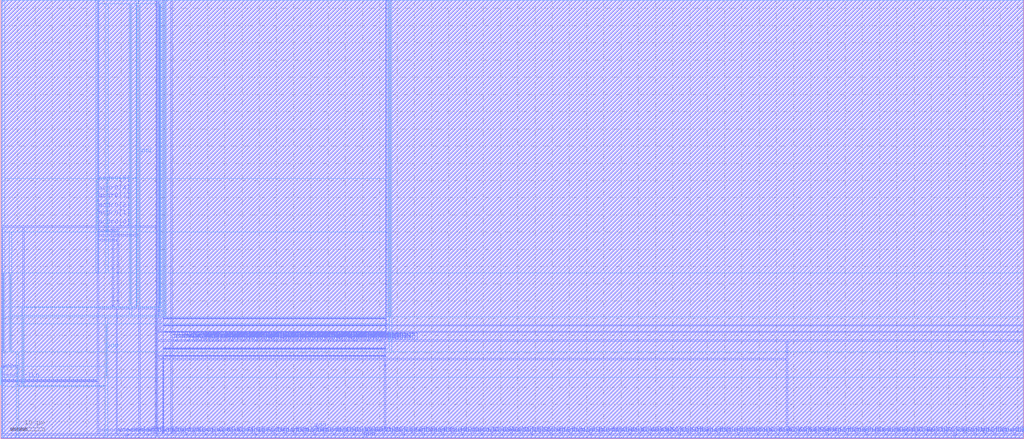
<source format=lef>
VERSION 5.4 ;
NAMESCASESENSITIVE ON ;
BUSBITCHARS "[]" ;
DIVIDERCHAR "/" ;
UNITS
  DATABASE MICRONS 2000 ;
END UNITS
MACRO freepdk45_sram_1rw0r_64x88_22
   CLASS BLOCK ;
   SIZE 296.775 BY 127.5075 ;
   SYMMETRY X Y R90 ;
   PIN din0[0]
      DIRECTION INPUT ;
      PORT
         LAYER metal3 ;
         RECT  45.31 1.105 45.445 1.24 ;
      END
   END din0[0]
   PIN din0[1]
      DIRECTION INPUT ;
      PORT
         LAYER metal3 ;
         RECT  48.17 1.105 48.305 1.24 ;
      END
   END din0[1]
   PIN din0[2]
      DIRECTION INPUT ;
      PORT
         LAYER metal3 ;
         RECT  51.03 1.105 51.165 1.24 ;
      END
   END din0[2]
   PIN din0[3]
      DIRECTION INPUT ;
      PORT
         LAYER metal3 ;
         RECT  53.89 1.105 54.025 1.24 ;
      END
   END din0[3]
   PIN din0[4]
      DIRECTION INPUT ;
      PORT
         LAYER metal3 ;
         RECT  56.75 1.105 56.885 1.24 ;
      END
   END din0[4]
   PIN din0[5]
      DIRECTION INPUT ;
      PORT
         LAYER metal3 ;
         RECT  59.61 1.105 59.745 1.24 ;
      END
   END din0[5]
   PIN din0[6]
      DIRECTION INPUT ;
      PORT
         LAYER metal3 ;
         RECT  62.47 1.105 62.605 1.24 ;
      END
   END din0[6]
   PIN din0[7]
      DIRECTION INPUT ;
      PORT
         LAYER metal3 ;
         RECT  65.33 1.105 65.465 1.24 ;
      END
   END din0[7]
   PIN din0[8]
      DIRECTION INPUT ;
      PORT
         LAYER metal3 ;
         RECT  68.19 1.105 68.325 1.24 ;
      END
   END din0[8]
   PIN din0[9]
      DIRECTION INPUT ;
      PORT
         LAYER metal3 ;
         RECT  71.05 1.105 71.185 1.24 ;
      END
   END din0[9]
   PIN din0[10]
      DIRECTION INPUT ;
      PORT
         LAYER metal3 ;
         RECT  73.91 1.105 74.045 1.24 ;
      END
   END din0[10]
   PIN din0[11]
      DIRECTION INPUT ;
      PORT
         LAYER metal3 ;
         RECT  76.77 1.105 76.905 1.24 ;
      END
   END din0[11]
   PIN din0[12]
      DIRECTION INPUT ;
      PORT
         LAYER metal3 ;
         RECT  79.63 1.105 79.765 1.24 ;
      END
   END din0[12]
   PIN din0[13]
      DIRECTION INPUT ;
      PORT
         LAYER metal3 ;
         RECT  82.49 1.105 82.625 1.24 ;
      END
   END din0[13]
   PIN din0[14]
      DIRECTION INPUT ;
      PORT
         LAYER metal3 ;
         RECT  85.35 1.105 85.485 1.24 ;
      END
   END din0[14]
   PIN din0[15]
      DIRECTION INPUT ;
      PORT
         LAYER metal3 ;
         RECT  88.21 1.105 88.345 1.24 ;
      END
   END din0[15]
   PIN din0[16]
      DIRECTION INPUT ;
      PORT
         LAYER metal3 ;
         RECT  91.07 1.105 91.205 1.24 ;
      END
   END din0[16]
   PIN din0[17]
      DIRECTION INPUT ;
      PORT
         LAYER metal3 ;
         RECT  93.93 1.105 94.065 1.24 ;
      END
   END din0[17]
   PIN din0[18]
      DIRECTION INPUT ;
      PORT
         LAYER metal3 ;
         RECT  96.79 1.105 96.925 1.24 ;
      END
   END din0[18]
   PIN din0[19]
      DIRECTION INPUT ;
      PORT
         LAYER metal3 ;
         RECT  99.65 1.105 99.785 1.24 ;
      END
   END din0[19]
   PIN din0[20]
      DIRECTION INPUT ;
      PORT
         LAYER metal3 ;
         RECT  102.51 1.105 102.645 1.24 ;
      END
   END din0[20]
   PIN din0[21]
      DIRECTION INPUT ;
      PORT
         LAYER metal3 ;
         RECT  105.37 1.105 105.505 1.24 ;
      END
   END din0[21]
   PIN din0[22]
      DIRECTION INPUT ;
      PORT
         LAYER metal3 ;
         RECT  108.23 1.105 108.365 1.24 ;
      END
   END din0[22]
   PIN din0[23]
      DIRECTION INPUT ;
      PORT
         LAYER metal3 ;
         RECT  111.09 1.105 111.225 1.24 ;
      END
   END din0[23]
   PIN din0[24]
      DIRECTION INPUT ;
      PORT
         LAYER metal3 ;
         RECT  113.95 1.105 114.085 1.24 ;
      END
   END din0[24]
   PIN din0[25]
      DIRECTION INPUT ;
      PORT
         LAYER metal3 ;
         RECT  116.81 1.105 116.945 1.24 ;
      END
   END din0[25]
   PIN din0[26]
      DIRECTION INPUT ;
      PORT
         LAYER metal3 ;
         RECT  119.67 1.105 119.805 1.24 ;
      END
   END din0[26]
   PIN din0[27]
      DIRECTION INPUT ;
      PORT
         LAYER metal3 ;
         RECT  122.53 1.105 122.665 1.24 ;
      END
   END din0[27]
   PIN din0[28]
      DIRECTION INPUT ;
      PORT
         LAYER metal3 ;
         RECT  125.39 1.105 125.525 1.24 ;
      END
   END din0[28]
   PIN din0[29]
      DIRECTION INPUT ;
      PORT
         LAYER metal3 ;
         RECT  128.25 1.105 128.385 1.24 ;
      END
   END din0[29]
   PIN din0[30]
      DIRECTION INPUT ;
      PORT
         LAYER metal3 ;
         RECT  131.11 1.105 131.245 1.24 ;
      END
   END din0[30]
   PIN din0[31]
      DIRECTION INPUT ;
      PORT
         LAYER metal3 ;
         RECT  133.97 1.105 134.105 1.24 ;
      END
   END din0[31]
   PIN din0[32]
      DIRECTION INPUT ;
      PORT
         LAYER metal3 ;
         RECT  136.83 1.105 136.965 1.24 ;
      END
   END din0[32]
   PIN din0[33]
      DIRECTION INPUT ;
      PORT
         LAYER metal3 ;
         RECT  139.69 1.105 139.825 1.24 ;
      END
   END din0[33]
   PIN din0[34]
      DIRECTION INPUT ;
      PORT
         LAYER metal3 ;
         RECT  142.55 1.105 142.685 1.24 ;
      END
   END din0[34]
   PIN din0[35]
      DIRECTION INPUT ;
      PORT
         LAYER metal3 ;
         RECT  145.41 1.105 145.545 1.24 ;
      END
   END din0[35]
   PIN din0[36]
      DIRECTION INPUT ;
      PORT
         LAYER metal3 ;
         RECT  148.27 1.105 148.405 1.24 ;
      END
   END din0[36]
   PIN din0[37]
      DIRECTION INPUT ;
      PORT
         LAYER metal3 ;
         RECT  151.13 1.105 151.265 1.24 ;
      END
   END din0[37]
   PIN din0[38]
      DIRECTION INPUT ;
      PORT
         LAYER metal3 ;
         RECT  153.99 1.105 154.125 1.24 ;
      END
   END din0[38]
   PIN din0[39]
      DIRECTION INPUT ;
      PORT
         LAYER metal3 ;
         RECT  156.85 1.105 156.985 1.24 ;
      END
   END din0[39]
   PIN din0[40]
      DIRECTION INPUT ;
      PORT
         LAYER metal3 ;
         RECT  159.71 1.105 159.845 1.24 ;
      END
   END din0[40]
   PIN din0[41]
      DIRECTION INPUT ;
      PORT
         LAYER metal3 ;
         RECT  162.57 1.105 162.705 1.24 ;
      END
   END din0[41]
   PIN din0[42]
      DIRECTION INPUT ;
      PORT
         LAYER metal3 ;
         RECT  165.43 1.105 165.565 1.24 ;
      END
   END din0[42]
   PIN din0[43]
      DIRECTION INPUT ;
      PORT
         LAYER metal3 ;
         RECT  168.29 1.105 168.425 1.24 ;
      END
   END din0[43]
   PIN din0[44]
      DIRECTION INPUT ;
      PORT
         LAYER metal3 ;
         RECT  171.15 1.105 171.285 1.24 ;
      END
   END din0[44]
   PIN din0[45]
      DIRECTION INPUT ;
      PORT
         LAYER metal3 ;
         RECT  174.01 1.105 174.145 1.24 ;
      END
   END din0[45]
   PIN din0[46]
      DIRECTION INPUT ;
      PORT
         LAYER metal3 ;
         RECT  176.87 1.105 177.005 1.24 ;
      END
   END din0[46]
   PIN din0[47]
      DIRECTION INPUT ;
      PORT
         LAYER metal3 ;
         RECT  179.73 1.105 179.865 1.24 ;
      END
   END din0[47]
   PIN din0[48]
      DIRECTION INPUT ;
      PORT
         LAYER metal3 ;
         RECT  182.59 1.105 182.725 1.24 ;
      END
   END din0[48]
   PIN din0[49]
      DIRECTION INPUT ;
      PORT
         LAYER metal3 ;
         RECT  185.45 1.105 185.585 1.24 ;
      END
   END din0[49]
   PIN din0[50]
      DIRECTION INPUT ;
      PORT
         LAYER metal3 ;
         RECT  188.31 1.105 188.445 1.24 ;
      END
   END din0[50]
   PIN din0[51]
      DIRECTION INPUT ;
      PORT
         LAYER metal3 ;
         RECT  191.17 1.105 191.305 1.24 ;
      END
   END din0[51]
   PIN din0[52]
      DIRECTION INPUT ;
      PORT
         LAYER metal3 ;
         RECT  194.03 1.105 194.165 1.24 ;
      END
   END din0[52]
   PIN din0[53]
      DIRECTION INPUT ;
      PORT
         LAYER metal3 ;
         RECT  196.89 1.105 197.025 1.24 ;
      END
   END din0[53]
   PIN din0[54]
      DIRECTION INPUT ;
      PORT
         LAYER metal3 ;
         RECT  199.75 1.105 199.885 1.24 ;
      END
   END din0[54]
   PIN din0[55]
      DIRECTION INPUT ;
      PORT
         LAYER metal3 ;
         RECT  202.61 1.105 202.745 1.24 ;
      END
   END din0[55]
   PIN din0[56]
      DIRECTION INPUT ;
      PORT
         LAYER metal3 ;
         RECT  205.47 1.105 205.605 1.24 ;
      END
   END din0[56]
   PIN din0[57]
      DIRECTION INPUT ;
      PORT
         LAYER metal3 ;
         RECT  208.33 1.105 208.465 1.24 ;
      END
   END din0[57]
   PIN din0[58]
      DIRECTION INPUT ;
      PORT
         LAYER metal3 ;
         RECT  211.19 1.105 211.325 1.24 ;
      END
   END din0[58]
   PIN din0[59]
      DIRECTION INPUT ;
      PORT
         LAYER metal3 ;
         RECT  214.05 1.105 214.185 1.24 ;
      END
   END din0[59]
   PIN din0[60]
      DIRECTION INPUT ;
      PORT
         LAYER metal3 ;
         RECT  216.91 1.105 217.045 1.24 ;
      END
   END din0[60]
   PIN din0[61]
      DIRECTION INPUT ;
      PORT
         LAYER metal3 ;
         RECT  219.77 1.105 219.905 1.24 ;
      END
   END din0[61]
   PIN din0[62]
      DIRECTION INPUT ;
      PORT
         LAYER metal3 ;
         RECT  222.63 1.105 222.765 1.24 ;
      END
   END din0[62]
   PIN din0[63]
      DIRECTION INPUT ;
      PORT
         LAYER metal3 ;
         RECT  225.49 1.105 225.625 1.24 ;
      END
   END din0[63]
   PIN din0[64]
      DIRECTION INPUT ;
      PORT
         LAYER metal3 ;
         RECT  228.35 1.105 228.485 1.24 ;
      END
   END din0[64]
   PIN din0[65]
      DIRECTION INPUT ;
      PORT
         LAYER metal3 ;
         RECT  231.21 1.105 231.345 1.24 ;
      END
   END din0[65]
   PIN din0[66]
      DIRECTION INPUT ;
      PORT
         LAYER metal3 ;
         RECT  234.07 1.105 234.205 1.24 ;
      END
   END din0[66]
   PIN din0[67]
      DIRECTION INPUT ;
      PORT
         LAYER metal3 ;
         RECT  236.93 1.105 237.065 1.24 ;
      END
   END din0[67]
   PIN din0[68]
      DIRECTION INPUT ;
      PORT
         LAYER metal3 ;
         RECT  239.79 1.105 239.925 1.24 ;
      END
   END din0[68]
   PIN din0[69]
      DIRECTION INPUT ;
      PORT
         LAYER metal3 ;
         RECT  242.65 1.105 242.785 1.24 ;
      END
   END din0[69]
   PIN din0[70]
      DIRECTION INPUT ;
      PORT
         LAYER metal3 ;
         RECT  245.51 1.105 245.645 1.24 ;
      END
   END din0[70]
   PIN din0[71]
      DIRECTION INPUT ;
      PORT
         LAYER metal3 ;
         RECT  248.37 1.105 248.505 1.24 ;
      END
   END din0[71]
   PIN din0[72]
      DIRECTION INPUT ;
      PORT
         LAYER metal3 ;
         RECT  251.23 1.105 251.365 1.24 ;
      END
   END din0[72]
   PIN din0[73]
      DIRECTION INPUT ;
      PORT
         LAYER metal3 ;
         RECT  254.09 1.105 254.225 1.24 ;
      END
   END din0[73]
   PIN din0[74]
      DIRECTION INPUT ;
      PORT
         LAYER metal3 ;
         RECT  256.95 1.105 257.085 1.24 ;
      END
   END din0[74]
   PIN din0[75]
      DIRECTION INPUT ;
      PORT
         LAYER metal3 ;
         RECT  259.81 1.105 259.945 1.24 ;
      END
   END din0[75]
   PIN din0[76]
      DIRECTION INPUT ;
      PORT
         LAYER metal3 ;
         RECT  262.67 1.105 262.805 1.24 ;
      END
   END din0[76]
   PIN din0[77]
      DIRECTION INPUT ;
      PORT
         LAYER metal3 ;
         RECT  265.53 1.105 265.665 1.24 ;
      END
   END din0[77]
   PIN din0[78]
      DIRECTION INPUT ;
      PORT
         LAYER metal3 ;
         RECT  268.39 1.105 268.525 1.24 ;
      END
   END din0[78]
   PIN din0[79]
      DIRECTION INPUT ;
      PORT
         LAYER metal3 ;
         RECT  271.25 1.105 271.385 1.24 ;
      END
   END din0[79]
   PIN din0[80]
      DIRECTION INPUT ;
      PORT
         LAYER metal3 ;
         RECT  274.11 1.105 274.245 1.24 ;
      END
   END din0[80]
   PIN din0[81]
      DIRECTION INPUT ;
      PORT
         LAYER metal3 ;
         RECT  276.97 1.105 277.105 1.24 ;
      END
   END din0[81]
   PIN din0[82]
      DIRECTION INPUT ;
      PORT
         LAYER metal3 ;
         RECT  279.83 1.105 279.965 1.24 ;
      END
   END din0[82]
   PIN din0[83]
      DIRECTION INPUT ;
      PORT
         LAYER metal3 ;
         RECT  282.69 1.105 282.825 1.24 ;
      END
   END din0[83]
   PIN din0[84]
      DIRECTION INPUT ;
      PORT
         LAYER metal3 ;
         RECT  285.55 1.105 285.685 1.24 ;
      END
   END din0[84]
   PIN din0[85]
      DIRECTION INPUT ;
      PORT
         LAYER metal3 ;
         RECT  288.41 1.105 288.545 1.24 ;
      END
   END din0[85]
   PIN din0[86]
      DIRECTION INPUT ;
      PORT
         LAYER metal3 ;
         RECT  291.27 1.105 291.405 1.24 ;
      END
   END din0[86]
   PIN din0[87]
      DIRECTION INPUT ;
      PORT
         LAYER metal3 ;
         RECT  294.13 1.105 294.265 1.24 ;
      END
   END din0[87]
   PIN addr0[0]
      DIRECTION INPUT ;
      PORT
         LAYER metal3 ;
         RECT  28.15 61.4625 28.285 61.5975 ;
      END
   END addr0[0]
   PIN addr0[1]
      DIRECTION INPUT ;
      PORT
         LAYER metal3 ;
         RECT  28.15 64.1925 28.285 64.3275 ;
      END
   END addr0[1]
   PIN addr0[2]
      DIRECTION INPUT ;
      PORT
         LAYER metal3 ;
         RECT  28.15 66.4025 28.285 66.5375 ;
      END
   END addr0[2]
   PIN addr0[3]
      DIRECTION INPUT ;
      PORT
         LAYER metal3 ;
         RECT  28.15 69.1325 28.285 69.2675 ;
      END
   END addr0[3]
   PIN addr0[4]
      DIRECTION INPUT ;
      PORT
         LAYER metal3 ;
         RECT  28.15 71.3425 28.285 71.4775 ;
      END
   END addr0[4]
   PIN addr0[5]
      DIRECTION INPUT ;
      PORT
         LAYER metal3 ;
         RECT  28.15 74.0725 28.285 74.2075 ;
      END
   END addr0[5]
   PIN csb0
      DIRECTION INPUT ;
      PORT
         LAYER metal3 ;
         RECT  0.285 16.7425 0.42 16.8775 ;
      END
   END csb0
   PIN web0
      DIRECTION INPUT ;
      PORT
         LAYER metal3 ;
         RECT  0.285 19.4725 0.42 19.6075 ;
      END
   END web0
   PIN clk0
      DIRECTION INPUT ;
      PORT
         LAYER metal3 ;
         RECT  6.5275 16.8275 6.6625 16.9625 ;
      END
   END clk0
   PIN wmask0[0]
      DIRECTION INPUT ;
      PORT
         LAYER metal3 ;
         RECT  33.87 1.105 34.005 1.24 ;
      END
   END wmask0[0]
   PIN wmask0[1]
      DIRECTION INPUT ;
      PORT
         LAYER metal3 ;
         RECT  36.73 1.105 36.865 1.24 ;
      END
   END wmask0[1]
   PIN wmask0[2]
      DIRECTION INPUT ;
      PORT
         LAYER metal3 ;
         RECT  39.59 1.105 39.725 1.24 ;
      END
   END wmask0[2]
   PIN wmask0[3]
      DIRECTION INPUT ;
      PORT
         LAYER metal3 ;
         RECT  42.45 1.105 42.585 1.24 ;
      END
   END wmask0[3]
   PIN dout0[0]
      DIRECTION OUTPUT ;
      PORT
         LAYER metal3 ;
         RECT  49.4625 28.3925 49.5975 28.5275 ;
      END
   END dout0[0]
   PIN dout0[1]
      DIRECTION OUTPUT ;
      PORT
         LAYER metal3 ;
         RECT  50.1675 28.3925 50.3025 28.5275 ;
      END
   END dout0[1]
   PIN dout0[2]
      DIRECTION OUTPUT ;
      PORT
         LAYER metal3 ;
         RECT  50.8725 28.3925 51.0075 28.5275 ;
      END
   END dout0[2]
   PIN dout0[3]
      DIRECTION OUTPUT ;
      PORT
         LAYER metal3 ;
         RECT  51.5775 28.3925 51.7125 28.5275 ;
      END
   END dout0[3]
   PIN dout0[4]
      DIRECTION OUTPUT ;
      PORT
         LAYER metal3 ;
         RECT  52.2825 28.3925 52.4175 28.5275 ;
      END
   END dout0[4]
   PIN dout0[5]
      DIRECTION OUTPUT ;
      PORT
         LAYER metal3 ;
         RECT  52.9875 28.3925 53.1225 28.5275 ;
      END
   END dout0[5]
   PIN dout0[6]
      DIRECTION OUTPUT ;
      PORT
         LAYER metal3 ;
         RECT  53.6925 28.3925 53.8275 28.5275 ;
      END
   END dout0[6]
   PIN dout0[7]
      DIRECTION OUTPUT ;
      PORT
         LAYER metal3 ;
         RECT  54.3975 28.3925 54.5325 28.5275 ;
      END
   END dout0[7]
   PIN dout0[8]
      DIRECTION OUTPUT ;
      PORT
         LAYER metal3 ;
         RECT  55.1025 28.3925 55.2375 28.5275 ;
      END
   END dout0[8]
   PIN dout0[9]
      DIRECTION OUTPUT ;
      PORT
         LAYER metal3 ;
         RECT  55.8075 28.3925 55.9425 28.5275 ;
      END
   END dout0[9]
   PIN dout0[10]
      DIRECTION OUTPUT ;
      PORT
         LAYER metal3 ;
         RECT  56.5125 28.3925 56.6475 28.5275 ;
      END
   END dout0[10]
   PIN dout0[11]
      DIRECTION OUTPUT ;
      PORT
         LAYER metal3 ;
         RECT  57.2175 28.3925 57.3525 28.5275 ;
      END
   END dout0[11]
   PIN dout0[12]
      DIRECTION OUTPUT ;
      PORT
         LAYER metal3 ;
         RECT  57.9225 28.3925 58.0575 28.5275 ;
      END
   END dout0[12]
   PIN dout0[13]
      DIRECTION OUTPUT ;
      PORT
         LAYER metal3 ;
         RECT  58.6275 28.3925 58.7625 28.5275 ;
      END
   END dout0[13]
   PIN dout0[14]
      DIRECTION OUTPUT ;
      PORT
         LAYER metal3 ;
         RECT  59.3325 28.3925 59.4675 28.5275 ;
      END
   END dout0[14]
   PIN dout0[15]
      DIRECTION OUTPUT ;
      PORT
         LAYER metal3 ;
         RECT  60.0375 28.3925 60.1725 28.5275 ;
      END
   END dout0[15]
   PIN dout0[16]
      DIRECTION OUTPUT ;
      PORT
         LAYER metal3 ;
         RECT  60.7425 28.3925 60.8775 28.5275 ;
      END
   END dout0[16]
   PIN dout0[17]
      DIRECTION OUTPUT ;
      PORT
         LAYER metal3 ;
         RECT  61.4475 28.3925 61.5825 28.5275 ;
      END
   END dout0[17]
   PIN dout0[18]
      DIRECTION OUTPUT ;
      PORT
         LAYER metal3 ;
         RECT  62.1525 28.3925 62.2875 28.5275 ;
      END
   END dout0[18]
   PIN dout0[19]
      DIRECTION OUTPUT ;
      PORT
         LAYER metal3 ;
         RECT  62.8575 28.3925 62.9925 28.5275 ;
      END
   END dout0[19]
   PIN dout0[20]
      DIRECTION OUTPUT ;
      PORT
         LAYER metal3 ;
         RECT  63.5625 28.3925 63.6975 28.5275 ;
      END
   END dout0[20]
   PIN dout0[21]
      DIRECTION OUTPUT ;
      PORT
         LAYER metal3 ;
         RECT  64.2675 28.3925 64.4025 28.5275 ;
      END
   END dout0[21]
   PIN dout0[22]
      DIRECTION OUTPUT ;
      PORT
         LAYER metal3 ;
         RECT  64.9725 28.3925 65.1075 28.5275 ;
      END
   END dout0[22]
   PIN dout0[23]
      DIRECTION OUTPUT ;
      PORT
         LAYER metal3 ;
         RECT  65.6775 28.3925 65.8125 28.5275 ;
      END
   END dout0[23]
   PIN dout0[24]
      DIRECTION OUTPUT ;
      PORT
         LAYER metal3 ;
         RECT  66.3825 28.3925 66.5175 28.5275 ;
      END
   END dout0[24]
   PIN dout0[25]
      DIRECTION OUTPUT ;
      PORT
         LAYER metal3 ;
         RECT  67.0875 28.3925 67.2225 28.5275 ;
      END
   END dout0[25]
   PIN dout0[26]
      DIRECTION OUTPUT ;
      PORT
         LAYER metal3 ;
         RECT  67.7925 28.3925 67.9275 28.5275 ;
      END
   END dout0[26]
   PIN dout0[27]
      DIRECTION OUTPUT ;
      PORT
         LAYER metal3 ;
         RECT  68.4975 28.3925 68.6325 28.5275 ;
      END
   END dout0[27]
   PIN dout0[28]
      DIRECTION OUTPUT ;
      PORT
         LAYER metal3 ;
         RECT  69.2025 28.3925 69.3375 28.5275 ;
      END
   END dout0[28]
   PIN dout0[29]
      DIRECTION OUTPUT ;
      PORT
         LAYER metal3 ;
         RECT  69.9075 28.3925 70.0425 28.5275 ;
      END
   END dout0[29]
   PIN dout0[30]
      DIRECTION OUTPUT ;
      PORT
         LAYER metal3 ;
         RECT  70.6125 28.3925 70.7475 28.5275 ;
      END
   END dout0[30]
   PIN dout0[31]
      DIRECTION OUTPUT ;
      PORT
         LAYER metal3 ;
         RECT  71.3175 28.3925 71.4525 28.5275 ;
      END
   END dout0[31]
   PIN dout0[32]
      DIRECTION OUTPUT ;
      PORT
         LAYER metal3 ;
         RECT  72.0225 28.3925 72.1575 28.5275 ;
      END
   END dout0[32]
   PIN dout0[33]
      DIRECTION OUTPUT ;
      PORT
         LAYER metal3 ;
         RECT  72.7275 28.3925 72.8625 28.5275 ;
      END
   END dout0[33]
   PIN dout0[34]
      DIRECTION OUTPUT ;
      PORT
         LAYER metal3 ;
         RECT  73.4325 28.3925 73.5675 28.5275 ;
      END
   END dout0[34]
   PIN dout0[35]
      DIRECTION OUTPUT ;
      PORT
         LAYER metal3 ;
         RECT  74.1375 28.3925 74.2725 28.5275 ;
      END
   END dout0[35]
   PIN dout0[36]
      DIRECTION OUTPUT ;
      PORT
         LAYER metal3 ;
         RECT  74.8425 28.3925 74.9775 28.5275 ;
      END
   END dout0[36]
   PIN dout0[37]
      DIRECTION OUTPUT ;
      PORT
         LAYER metal3 ;
         RECT  75.5475 28.3925 75.6825 28.5275 ;
      END
   END dout0[37]
   PIN dout0[38]
      DIRECTION OUTPUT ;
      PORT
         LAYER metal3 ;
         RECT  76.2525 28.3925 76.3875 28.5275 ;
      END
   END dout0[38]
   PIN dout0[39]
      DIRECTION OUTPUT ;
      PORT
         LAYER metal3 ;
         RECT  76.9575 28.3925 77.0925 28.5275 ;
      END
   END dout0[39]
   PIN dout0[40]
      DIRECTION OUTPUT ;
      PORT
         LAYER metal3 ;
         RECT  77.6625 28.3925 77.7975 28.5275 ;
      END
   END dout0[40]
   PIN dout0[41]
      DIRECTION OUTPUT ;
      PORT
         LAYER metal3 ;
         RECT  78.3675 28.3925 78.5025 28.5275 ;
      END
   END dout0[41]
   PIN dout0[42]
      DIRECTION OUTPUT ;
      PORT
         LAYER metal3 ;
         RECT  79.0725 28.3925 79.2075 28.5275 ;
      END
   END dout0[42]
   PIN dout0[43]
      DIRECTION OUTPUT ;
      PORT
         LAYER metal3 ;
         RECT  79.7775 28.3925 79.9125 28.5275 ;
      END
   END dout0[43]
   PIN dout0[44]
      DIRECTION OUTPUT ;
      PORT
         LAYER metal3 ;
         RECT  80.4825 28.3925 80.6175 28.5275 ;
      END
   END dout0[44]
   PIN dout0[45]
      DIRECTION OUTPUT ;
      PORT
         LAYER metal3 ;
         RECT  81.1875 28.3925 81.3225 28.5275 ;
      END
   END dout0[45]
   PIN dout0[46]
      DIRECTION OUTPUT ;
      PORT
         LAYER metal3 ;
         RECT  81.8925 28.3925 82.0275 28.5275 ;
      END
   END dout0[46]
   PIN dout0[47]
      DIRECTION OUTPUT ;
      PORT
         LAYER metal3 ;
         RECT  82.5975 28.3925 82.7325 28.5275 ;
      END
   END dout0[47]
   PIN dout0[48]
      DIRECTION OUTPUT ;
      PORT
         LAYER metal3 ;
         RECT  83.3025 28.3925 83.4375 28.5275 ;
      END
   END dout0[48]
   PIN dout0[49]
      DIRECTION OUTPUT ;
      PORT
         LAYER metal3 ;
         RECT  84.0075 28.3925 84.1425 28.5275 ;
      END
   END dout0[49]
   PIN dout0[50]
      DIRECTION OUTPUT ;
      PORT
         LAYER metal3 ;
         RECT  84.7125 28.3925 84.8475 28.5275 ;
      END
   END dout0[50]
   PIN dout0[51]
      DIRECTION OUTPUT ;
      PORT
         LAYER metal3 ;
         RECT  85.4175 28.3925 85.5525 28.5275 ;
      END
   END dout0[51]
   PIN dout0[52]
      DIRECTION OUTPUT ;
      PORT
         LAYER metal3 ;
         RECT  86.1225 28.3925 86.2575 28.5275 ;
      END
   END dout0[52]
   PIN dout0[53]
      DIRECTION OUTPUT ;
      PORT
         LAYER metal3 ;
         RECT  86.8275 28.3925 86.9625 28.5275 ;
      END
   END dout0[53]
   PIN dout0[54]
      DIRECTION OUTPUT ;
      PORT
         LAYER metal3 ;
         RECT  87.5325 28.3925 87.6675 28.5275 ;
      END
   END dout0[54]
   PIN dout0[55]
      DIRECTION OUTPUT ;
      PORT
         LAYER metal3 ;
         RECT  88.2375 28.3925 88.3725 28.5275 ;
      END
   END dout0[55]
   PIN dout0[56]
      DIRECTION OUTPUT ;
      PORT
         LAYER metal3 ;
         RECT  88.9425 28.3925 89.0775 28.5275 ;
      END
   END dout0[56]
   PIN dout0[57]
      DIRECTION OUTPUT ;
      PORT
         LAYER metal3 ;
         RECT  89.6475 28.3925 89.7825 28.5275 ;
      END
   END dout0[57]
   PIN dout0[58]
      DIRECTION OUTPUT ;
      PORT
         LAYER metal3 ;
         RECT  90.3525 28.3925 90.4875 28.5275 ;
      END
   END dout0[58]
   PIN dout0[59]
      DIRECTION OUTPUT ;
      PORT
         LAYER metal3 ;
         RECT  91.0575 28.3925 91.1925 28.5275 ;
      END
   END dout0[59]
   PIN dout0[60]
      DIRECTION OUTPUT ;
      PORT
         LAYER metal3 ;
         RECT  91.7625 28.3925 91.8975 28.5275 ;
      END
   END dout0[60]
   PIN dout0[61]
      DIRECTION OUTPUT ;
      PORT
         LAYER metal3 ;
         RECT  92.4675 28.3925 92.6025 28.5275 ;
      END
   END dout0[61]
   PIN dout0[62]
      DIRECTION OUTPUT ;
      PORT
         LAYER metal3 ;
         RECT  93.1725 28.3925 93.3075 28.5275 ;
      END
   END dout0[62]
   PIN dout0[63]
      DIRECTION OUTPUT ;
      PORT
         LAYER metal3 ;
         RECT  93.8775 28.3925 94.0125 28.5275 ;
      END
   END dout0[63]
   PIN dout0[64]
      DIRECTION OUTPUT ;
      PORT
         LAYER metal3 ;
         RECT  94.5825 28.3925 94.7175 28.5275 ;
      END
   END dout0[64]
   PIN dout0[65]
      DIRECTION OUTPUT ;
      PORT
         LAYER metal3 ;
         RECT  95.2875 28.3925 95.4225 28.5275 ;
      END
   END dout0[65]
   PIN dout0[66]
      DIRECTION OUTPUT ;
      PORT
         LAYER metal3 ;
         RECT  95.9925 28.3925 96.1275 28.5275 ;
      END
   END dout0[66]
   PIN dout0[67]
      DIRECTION OUTPUT ;
      PORT
         LAYER metal3 ;
         RECT  96.6975 28.3925 96.8325 28.5275 ;
      END
   END dout0[67]
   PIN dout0[68]
      DIRECTION OUTPUT ;
      PORT
         LAYER metal3 ;
         RECT  97.4025 28.3925 97.5375 28.5275 ;
      END
   END dout0[68]
   PIN dout0[69]
      DIRECTION OUTPUT ;
      PORT
         LAYER metal3 ;
         RECT  98.1075 28.3925 98.2425 28.5275 ;
      END
   END dout0[69]
   PIN dout0[70]
      DIRECTION OUTPUT ;
      PORT
         LAYER metal3 ;
         RECT  98.8125 28.3925 98.9475 28.5275 ;
      END
   END dout0[70]
   PIN dout0[71]
      DIRECTION OUTPUT ;
      PORT
         LAYER metal3 ;
         RECT  99.5175 28.3925 99.6525 28.5275 ;
      END
   END dout0[71]
   PIN dout0[72]
      DIRECTION OUTPUT ;
      PORT
         LAYER metal3 ;
         RECT  100.2225 28.3925 100.3575 28.5275 ;
      END
   END dout0[72]
   PIN dout0[73]
      DIRECTION OUTPUT ;
      PORT
         LAYER metal3 ;
         RECT  100.9275 28.3925 101.0625 28.5275 ;
      END
   END dout0[73]
   PIN dout0[74]
      DIRECTION OUTPUT ;
      PORT
         LAYER metal3 ;
         RECT  101.6325 28.3925 101.7675 28.5275 ;
      END
   END dout0[74]
   PIN dout0[75]
      DIRECTION OUTPUT ;
      PORT
         LAYER metal3 ;
         RECT  102.3375 28.3925 102.4725 28.5275 ;
      END
   END dout0[75]
   PIN dout0[76]
      DIRECTION OUTPUT ;
      PORT
         LAYER metal3 ;
         RECT  103.0425 28.3925 103.1775 28.5275 ;
      END
   END dout0[76]
   PIN dout0[77]
      DIRECTION OUTPUT ;
      PORT
         LAYER metal3 ;
         RECT  103.7475 28.3925 103.8825 28.5275 ;
      END
   END dout0[77]
   PIN dout0[78]
      DIRECTION OUTPUT ;
      PORT
         LAYER metal3 ;
         RECT  104.4525 28.3925 104.5875 28.5275 ;
      END
   END dout0[78]
   PIN dout0[79]
      DIRECTION OUTPUT ;
      PORT
         LAYER metal3 ;
         RECT  105.1575 28.3925 105.2925 28.5275 ;
      END
   END dout0[79]
   PIN dout0[80]
      DIRECTION OUTPUT ;
      PORT
         LAYER metal3 ;
         RECT  105.8625 28.3925 105.9975 28.5275 ;
      END
   END dout0[80]
   PIN dout0[81]
      DIRECTION OUTPUT ;
      PORT
         LAYER metal3 ;
         RECT  106.5675 28.3925 106.7025 28.5275 ;
      END
   END dout0[81]
   PIN dout0[82]
      DIRECTION OUTPUT ;
      PORT
         LAYER metal3 ;
         RECT  107.2725 28.3925 107.4075 28.5275 ;
      END
   END dout0[82]
   PIN dout0[83]
      DIRECTION OUTPUT ;
      PORT
         LAYER metal3 ;
         RECT  107.9775 28.3925 108.1125 28.5275 ;
      END
   END dout0[83]
   PIN dout0[84]
      DIRECTION OUTPUT ;
      PORT
         LAYER metal3 ;
         RECT  108.6825 28.3925 108.8175 28.5275 ;
      END
   END dout0[84]
   PIN dout0[85]
      DIRECTION OUTPUT ;
      PORT
         LAYER metal3 ;
         RECT  109.3875 28.3925 109.5225 28.5275 ;
      END
   END dout0[85]
   PIN dout0[86]
      DIRECTION OUTPUT ;
      PORT
         LAYER metal3 ;
         RECT  110.0925 28.3925 110.2275 28.5275 ;
      END
   END dout0[86]
   PIN dout0[87]
      DIRECTION OUTPUT ;
      PORT
         LAYER metal3 ;
         RECT  110.7975 28.3925 110.9325 28.5275 ;
      END
   END dout0[87]
   PIN vdd
      DIRECTION INOUT ;
      USE POWER ; 
      SHAPE ABUTMENT ; 
      PORT
         LAYER metal3 ;
         RECT  40.14 37.81 40.275 37.945 ;
         LAYER metal3 ;
         RECT  228.0675 2.47 228.2025 2.605 ;
         LAYER metal3 ;
         RECT  136.5475 2.47 136.6825 2.605 ;
         LAYER metal3 ;
         RECT  111.4675 23.1175 111.6025 23.2525 ;
         LAYER metal4 ;
         RECT  0.6875 25.4825 0.8275 47.885 ;
         LAYER metal3 ;
         RECT  182.3075 2.47 182.4425 2.605 ;
         LAYER metal3 ;
         RECT  102.2275 2.47 102.3625 2.605 ;
         LAYER metal3 ;
         RECT  33.5875 2.47 33.7225 2.605 ;
         LAYER metal3 ;
         RECT  273.8275 2.47 273.9625 2.605 ;
         LAYER metal4 ;
         RECT  113.035 35.605 113.175 127.31 ;
         LAYER metal4 ;
         RECT  27.865 60.355 28.005 75.315 ;
         LAYER metal3 ;
         RECT  205.1875 2.47 205.3225 2.605 ;
         LAYER metal3 ;
         RECT  193.7475 2.47 193.8825 2.605 ;
         LAYER metal3 ;
         RECT  45.0275 2.47 45.1625 2.605 ;
         LAYER metal3 ;
         RECT  125.1075 2.47 125.2425 2.605 ;
         LAYER metal3 ;
         RECT  33.9675 58.9925 34.1025 59.1275 ;
         LAYER metal3 ;
         RECT  47.2175 24.085 111.6025 24.155 ;
         LAYER metal3 ;
         RECT  79.3475 2.47 79.4825 2.605 ;
         LAYER metal3 ;
         RECT  33.9675 39.8825 34.1025 40.0175 ;
         LAYER metal3 ;
         RECT  47.2175 31.0125 111.6025 31.0825 ;
         LAYER metal3 ;
         RECT  170.8675 2.47 171.0025 2.605 ;
         LAYER metal3 ;
         RECT  147.9875 2.47 148.1225 2.605 ;
         LAYER metal3 ;
         RECT  113.6675 2.47 113.8025 2.605 ;
         LAYER metal4 ;
         RECT  47.15 35.605 47.29 127.31 ;
         LAYER metal4 ;
         RECT  0.0 15.635 0.14 20.715 ;
         LAYER metal3 ;
         RECT  262.3875 2.47 262.5225 2.605 ;
         LAYER metal3 ;
         RECT  33.9675 50.8025 34.1025 50.9375 ;
         LAYER metal3 ;
         RECT  56.4675 2.47 56.6025 2.605 ;
         LAYER metal3 ;
         RECT  216.6275 2.47 216.7625 2.605 ;
         LAYER metal4 ;
         RECT  46.07 38.515 46.21 126.015 ;
         LAYER metal3 ;
         RECT  33.9675 56.2625 34.1025 56.3975 ;
         LAYER metal4 ;
         RECT  39.52 38.515 39.66 126.085 ;
         LAYER metal3 ;
         RECT  159.4275 2.47 159.5625 2.605 ;
         LAYER metal3 ;
         RECT  33.9675 48.0725 34.1025 48.2075 ;
         LAYER metal3 ;
         RECT  285.2675 2.47 285.4025 2.605 ;
         LAYER metal3 ;
         RECT  250.9475 2.47 251.0825 2.605 ;
         LAYER metal3 ;
         RECT  47.2175 34.91 111.6025 34.98 ;
         LAYER metal3 ;
         RECT  33.9675 42.6125 34.1025 42.7475 ;
         LAYER metal3 ;
         RECT  239.5075 2.47 239.6425 2.605 ;
         LAYER metal4 ;
         RECT  30.585 18.105 30.725 33.065 ;
         LAYER metal3 ;
         RECT  46.0725 37.1525 46.2075 37.2875 ;
         LAYER metal3 ;
         RECT  47.0825 23.1175 47.2175 23.2525 ;
         LAYER metal3 ;
         RECT  67.9075 2.47 68.0425 2.605 ;
         LAYER metal3 ;
         RECT  90.7875 2.47 90.9225 2.605 ;
      END
   END vdd
   PIN gnd
      DIRECTION INOUT ;
      USE GROUND ; 
      SHAPE ABUTMENT ; 
      PORT
         LAYER metal3 ;
         RECT  32.44 57.6275 32.575 57.7625 ;
         LAYER metal3 ;
         RECT  32.44 52.1675 32.575 52.3025 ;
         LAYER metal3 ;
         RECT  47.0825 21.2975 47.2175 21.4325 ;
         LAYER metal3 ;
         RECT  32.44 38.5175 32.575 38.6525 ;
         LAYER metal3 ;
         RECT  32.44 41.2475 32.575 41.3825 ;
         LAYER metal3 ;
         RECT  276.6875 0.0 276.8225 0.135 ;
         LAYER metal3 ;
         RECT  32.44 60.3575 32.575 60.4925 ;
         LAYER metal3 ;
         RECT  36.4475 0.0 36.5825 0.135 ;
         LAYER metal3 ;
         RECT  196.6075 0.0 196.7425 0.135 ;
         LAYER metal3 ;
         RECT  173.7275 0.0 173.8625 0.135 ;
         LAYER metal3 ;
         RECT  47.8875 0.0 48.0225 0.135 ;
         LAYER metal4 ;
         RECT  4.845 15.57 4.985 20.78 ;
         LAYER metal3 ;
         RECT  116.5275 0.0 116.6625 0.135 ;
         LAYER metal3 ;
         RECT  185.1675 0.0 185.3025 0.135 ;
         LAYER metal4 ;
         RECT  30.725 60.29 30.865 75.38 ;
         LAYER metal3 ;
         RECT  265.2475 0.0 265.3825 0.135 ;
         LAYER metal3 ;
         RECT  47.2175 32.905 111.6375 32.975 ;
         LAYER metal3 ;
         RECT  150.8475 0.0 150.9825 0.135 ;
         LAYER metal3 ;
         RECT  70.7675 0.0 70.9025 0.135 ;
         LAYER metal3 ;
         RECT  219.4875 0.0 219.6225 0.135 ;
         LAYER metal4 ;
         RECT  112.575 35.605 112.715 127.31 ;
         LAYER metal3 ;
         RECT  162.2875 0.0 162.4225 0.135 ;
         LAYER metal3 ;
         RECT  230.9275 0.0 231.0625 0.135 ;
         LAYER metal3 ;
         RECT  82.2075 0.0 82.3425 0.135 ;
         LAYER metal3 ;
         RECT  139.4075 0.0 139.5425 0.135 ;
         LAYER metal3 ;
         RECT  32.44 43.9775 32.575 44.1125 ;
         LAYER metal3 ;
         RECT  208.0475 0.0 208.1825 0.135 ;
         LAYER metal4 ;
         RECT  47.61 35.605 47.75 127.31 ;
         LAYER metal3 ;
         RECT  288.1275 0.0 288.2625 0.135 ;
         LAYER metal3 ;
         RECT  32.44 46.7075 32.575 46.8425 ;
         LAYER metal4 ;
         RECT  2.75 25.515 2.89 47.9175 ;
         LAYER metal3 ;
         RECT  47.2175 26.135 111.6025 26.205 ;
         LAYER metal4 ;
         RECT  6.385 15.635 6.525 35.535 ;
         LAYER metal3 ;
         RECT  111.4675 21.2975 111.6025 21.4325 ;
         LAYER metal4 ;
         RECT  37.585 38.4825 37.725 126.085 ;
         LAYER metal3 ;
         RECT  32.44 54.8975 32.575 55.0325 ;
         LAYER metal3 ;
         RECT  59.3275 0.0 59.4625 0.135 ;
         LAYER metal3 ;
         RECT  242.3675 0.0 242.5025 0.135 ;
         LAYER metal4 ;
         RECT  40.08 38.4825 40.22 126.0475 ;
         LAYER metal3 ;
         RECT  127.9675 0.0 128.1025 0.135 ;
         LAYER metal3 ;
         RECT  253.8075 0.0 253.9425 0.135 ;
         LAYER metal3 ;
         RECT  93.6475 0.0 93.7825 0.135 ;
         LAYER metal3 ;
         RECT  32.44 49.4375 32.575 49.5725 ;
         LAYER metal3 ;
         RECT  105.0875 0.0 105.2225 0.135 ;
      END
   END gnd
   OBS
   LAYER  metal1 ;
      RECT  0.14 0.14 296.635 127.3675 ;
   LAYER  metal2 ;
      RECT  0.14 0.14 296.635 127.3675 ;
   LAYER  metal3 ;
      RECT  45.17 0.14 45.585 0.965 ;
      RECT  45.585 0.965 48.03 1.38 ;
      RECT  48.445 0.965 50.89 1.38 ;
      RECT  51.305 0.965 53.75 1.38 ;
      RECT  54.165 0.965 56.61 1.38 ;
      RECT  57.025 0.965 59.47 1.38 ;
      RECT  59.885 0.965 62.33 1.38 ;
      RECT  62.745 0.965 65.19 1.38 ;
      RECT  65.605 0.965 68.05 1.38 ;
      RECT  68.465 0.965 70.91 1.38 ;
      RECT  71.325 0.965 73.77 1.38 ;
      RECT  74.185 0.965 76.63 1.38 ;
      RECT  77.045 0.965 79.49 1.38 ;
      RECT  79.905 0.965 82.35 1.38 ;
      RECT  82.765 0.965 85.21 1.38 ;
      RECT  85.625 0.965 88.07 1.38 ;
      RECT  88.485 0.965 90.93 1.38 ;
      RECT  91.345 0.965 93.79 1.38 ;
      RECT  94.205 0.965 96.65 1.38 ;
      RECT  97.065 0.965 99.51 1.38 ;
      RECT  99.925 0.965 102.37 1.38 ;
      RECT  102.785 0.965 105.23 1.38 ;
      RECT  105.645 0.965 108.09 1.38 ;
      RECT  108.505 0.965 110.95 1.38 ;
      RECT  111.365 0.965 113.81 1.38 ;
      RECT  114.225 0.965 116.67 1.38 ;
      RECT  117.085 0.965 119.53 1.38 ;
      RECT  119.945 0.965 122.39 1.38 ;
      RECT  122.805 0.965 125.25 1.38 ;
      RECT  125.665 0.965 128.11 1.38 ;
      RECT  128.525 0.965 130.97 1.38 ;
      RECT  131.385 0.965 133.83 1.38 ;
      RECT  134.245 0.965 136.69 1.38 ;
      RECT  137.105 0.965 139.55 1.38 ;
      RECT  139.965 0.965 142.41 1.38 ;
      RECT  142.825 0.965 145.27 1.38 ;
      RECT  145.685 0.965 148.13 1.38 ;
      RECT  148.545 0.965 150.99 1.38 ;
      RECT  151.405 0.965 153.85 1.38 ;
      RECT  154.265 0.965 156.71 1.38 ;
      RECT  157.125 0.965 159.57 1.38 ;
      RECT  159.985 0.965 162.43 1.38 ;
      RECT  162.845 0.965 165.29 1.38 ;
      RECT  165.705 0.965 168.15 1.38 ;
      RECT  168.565 0.965 171.01 1.38 ;
      RECT  171.425 0.965 173.87 1.38 ;
      RECT  174.285 0.965 176.73 1.38 ;
      RECT  177.145 0.965 179.59 1.38 ;
      RECT  180.005 0.965 182.45 1.38 ;
      RECT  182.865 0.965 185.31 1.38 ;
      RECT  185.725 0.965 188.17 1.38 ;
      RECT  188.585 0.965 191.03 1.38 ;
      RECT  191.445 0.965 193.89 1.38 ;
      RECT  194.305 0.965 196.75 1.38 ;
      RECT  197.165 0.965 199.61 1.38 ;
      RECT  200.025 0.965 202.47 1.38 ;
      RECT  202.885 0.965 205.33 1.38 ;
      RECT  205.745 0.965 208.19 1.38 ;
      RECT  208.605 0.965 211.05 1.38 ;
      RECT  211.465 0.965 213.91 1.38 ;
      RECT  214.325 0.965 216.77 1.38 ;
      RECT  217.185 0.965 219.63 1.38 ;
      RECT  220.045 0.965 222.49 1.38 ;
      RECT  222.905 0.965 225.35 1.38 ;
      RECT  225.765 0.965 228.21 1.38 ;
      RECT  228.625 0.965 231.07 1.38 ;
      RECT  231.485 0.965 233.93 1.38 ;
      RECT  234.345 0.965 236.79 1.38 ;
      RECT  237.205 0.965 239.65 1.38 ;
      RECT  240.065 0.965 242.51 1.38 ;
      RECT  242.925 0.965 245.37 1.38 ;
      RECT  245.785 0.965 248.23 1.38 ;
      RECT  248.645 0.965 251.09 1.38 ;
      RECT  251.505 0.965 253.95 1.38 ;
      RECT  254.365 0.965 256.81 1.38 ;
      RECT  257.225 0.965 259.67 1.38 ;
      RECT  260.085 0.965 262.53 1.38 ;
      RECT  262.945 0.965 265.39 1.38 ;
      RECT  265.805 0.965 268.25 1.38 ;
      RECT  268.665 0.965 271.11 1.38 ;
      RECT  271.525 0.965 273.97 1.38 ;
      RECT  274.385 0.965 276.83 1.38 ;
      RECT  277.245 0.965 279.69 1.38 ;
      RECT  280.105 0.965 282.55 1.38 ;
      RECT  282.965 0.965 285.41 1.38 ;
      RECT  285.825 0.965 288.27 1.38 ;
      RECT  288.685 0.965 291.13 1.38 ;
      RECT  291.545 0.965 293.99 1.38 ;
      RECT  294.405 0.965 296.635 1.38 ;
      RECT  0.14 61.3225 28.01 61.7375 ;
      RECT  0.14 61.7375 28.01 127.3675 ;
      RECT  28.01 1.38 28.425 61.3225 ;
      RECT  28.425 61.3225 45.17 61.7375 ;
      RECT  28.425 61.7375 45.17 127.3675 ;
      RECT  28.01 61.7375 28.425 64.0525 ;
      RECT  28.01 64.4675 28.425 66.2625 ;
      RECT  28.01 66.6775 28.425 68.9925 ;
      RECT  28.01 69.4075 28.425 71.2025 ;
      RECT  28.01 71.6175 28.425 73.9325 ;
      RECT  28.01 74.3475 28.425 127.3675 ;
      RECT  0.14 1.38 0.145 16.6025 ;
      RECT  0.14 16.6025 0.145 17.0175 ;
      RECT  0.14 17.0175 0.145 61.3225 ;
      RECT  0.145 1.38 0.56 16.6025 ;
      RECT  0.56 1.38 28.01 16.6025 ;
      RECT  0.145 17.0175 0.56 19.3325 ;
      RECT  0.145 19.7475 0.56 61.3225 ;
      RECT  0.56 16.6025 6.3875 16.6875 ;
      RECT  0.56 16.6875 6.3875 17.0175 ;
      RECT  6.3875 16.6025 6.8025 16.6875 ;
      RECT  6.8025 16.6025 28.01 16.6875 ;
      RECT  6.8025 16.6875 28.01 17.0175 ;
      RECT  0.56 17.0175 6.3875 17.1025 ;
      RECT  0.56 17.1025 6.3875 61.3225 ;
      RECT  6.3875 17.1025 6.8025 61.3225 ;
      RECT  6.8025 17.0175 28.01 17.1025 ;
      RECT  6.8025 17.1025 28.01 61.3225 ;
      RECT  0.14 0.965 33.73 1.38 ;
      RECT  34.145 0.965 36.59 1.38 ;
      RECT  37.005 0.965 39.45 1.38 ;
      RECT  39.865 0.965 42.31 1.38 ;
      RECT  42.725 0.965 45.17 1.38 ;
      RECT  45.585 28.2525 49.3225 28.6675 ;
      RECT  49.7375 28.2525 50.0275 28.6675 ;
      RECT  50.4425 28.2525 50.7325 28.6675 ;
      RECT  51.1475 28.2525 51.4375 28.6675 ;
      RECT  51.8525 28.2525 52.1425 28.6675 ;
      RECT  52.5575 28.2525 52.8475 28.6675 ;
      RECT  53.2625 28.2525 53.5525 28.6675 ;
      RECT  53.9675 28.2525 54.2575 28.6675 ;
      RECT  54.6725 28.2525 54.9625 28.6675 ;
      RECT  55.3775 28.2525 55.6675 28.6675 ;
      RECT  56.0825 28.2525 56.3725 28.6675 ;
      RECT  56.7875 28.2525 57.0775 28.6675 ;
      RECT  57.4925 28.2525 57.7825 28.6675 ;
      RECT  58.1975 28.2525 58.4875 28.6675 ;
      RECT  58.9025 28.2525 59.1925 28.6675 ;
      RECT  59.6075 28.2525 59.8975 28.6675 ;
      RECT  60.3125 28.2525 60.6025 28.6675 ;
      RECT  61.0175 28.2525 61.3075 28.6675 ;
      RECT  61.7225 28.2525 62.0125 28.6675 ;
      RECT  62.4275 28.2525 62.7175 28.6675 ;
      RECT  63.1325 28.2525 63.4225 28.6675 ;
      RECT  63.8375 28.2525 64.1275 28.6675 ;
      RECT  64.5425 28.2525 64.8325 28.6675 ;
      RECT  65.2475 28.2525 65.5375 28.6675 ;
      RECT  65.9525 28.2525 66.2425 28.6675 ;
      RECT  66.6575 28.2525 66.9475 28.6675 ;
      RECT  67.3625 28.2525 67.6525 28.6675 ;
      RECT  68.0675 28.2525 68.3575 28.6675 ;
      RECT  68.7725 28.2525 69.0625 28.6675 ;
      RECT  69.4775 28.2525 69.7675 28.6675 ;
      RECT  70.1825 28.2525 70.4725 28.6675 ;
      RECT  70.8875 28.2525 71.1775 28.6675 ;
      RECT  71.5925 28.2525 71.8825 28.6675 ;
      RECT  72.2975 28.2525 72.5875 28.6675 ;
      RECT  73.0025 28.2525 73.2925 28.6675 ;
      RECT  73.7075 28.2525 73.9975 28.6675 ;
      RECT  74.4125 28.2525 74.7025 28.6675 ;
      RECT  75.1175 28.2525 75.4075 28.6675 ;
      RECT  75.8225 28.2525 76.1125 28.6675 ;
      RECT  76.5275 28.2525 76.8175 28.6675 ;
      RECT  77.2325 28.2525 77.5225 28.6675 ;
      RECT  77.9375 28.2525 78.2275 28.6675 ;
      RECT  78.6425 28.2525 78.9325 28.6675 ;
      RECT  79.3475 28.2525 79.6375 28.6675 ;
      RECT  80.0525 28.2525 80.3425 28.6675 ;
      RECT  80.7575 28.2525 81.0475 28.6675 ;
      RECT  81.4625 28.2525 81.7525 28.6675 ;
      RECT  82.1675 28.2525 82.4575 28.6675 ;
      RECT  82.8725 28.2525 83.1625 28.6675 ;
      RECT  83.5775 28.2525 83.8675 28.6675 ;
      RECT  84.2825 28.2525 84.5725 28.6675 ;
      RECT  84.9875 28.2525 85.2775 28.6675 ;
      RECT  85.6925 28.2525 85.9825 28.6675 ;
      RECT  86.3975 28.2525 86.6875 28.6675 ;
      RECT  87.1025 28.2525 87.3925 28.6675 ;
      RECT  87.8075 28.2525 88.0975 28.6675 ;
      RECT  88.5125 28.2525 88.8025 28.6675 ;
      RECT  89.2175 28.2525 89.5075 28.6675 ;
      RECT  89.9225 28.2525 90.2125 28.6675 ;
      RECT  90.6275 28.2525 90.9175 28.6675 ;
      RECT  91.3325 28.2525 91.6225 28.6675 ;
      RECT  92.0375 28.2525 92.3275 28.6675 ;
      RECT  92.7425 28.2525 93.0325 28.6675 ;
      RECT  93.4475 28.2525 93.7375 28.6675 ;
      RECT  94.1525 28.2525 94.4425 28.6675 ;
      RECT  94.8575 28.2525 95.1475 28.6675 ;
      RECT  95.5625 28.2525 95.8525 28.6675 ;
      RECT  96.2675 28.2525 96.5575 28.6675 ;
      RECT  96.9725 28.2525 97.2625 28.6675 ;
      RECT  97.6775 28.2525 97.9675 28.6675 ;
      RECT  98.3825 28.2525 98.6725 28.6675 ;
      RECT  99.0875 28.2525 99.3775 28.6675 ;
      RECT  99.7925 28.2525 100.0825 28.6675 ;
      RECT  100.4975 28.2525 100.7875 28.6675 ;
      RECT  101.2025 28.2525 101.4925 28.6675 ;
      RECT  101.9075 28.2525 102.1975 28.6675 ;
      RECT  102.6125 28.2525 102.9025 28.6675 ;
      RECT  103.3175 28.2525 103.6075 28.6675 ;
      RECT  104.0225 28.2525 104.3125 28.6675 ;
      RECT  104.7275 28.2525 105.0175 28.6675 ;
      RECT  105.4325 28.2525 105.7225 28.6675 ;
      RECT  106.1375 28.2525 106.4275 28.6675 ;
      RECT  106.8425 28.2525 107.1325 28.6675 ;
      RECT  107.5475 28.2525 107.8375 28.6675 ;
      RECT  108.2525 28.2525 108.5425 28.6675 ;
      RECT  108.9575 28.2525 109.2475 28.6675 ;
      RECT  109.6625 28.2525 109.9525 28.6675 ;
      RECT  110.3675 28.2525 110.6575 28.6675 ;
      RECT  111.0725 28.2525 296.635 28.6675 ;
      RECT  28.425 37.67 40.0 38.085 ;
      RECT  40.0 1.38 40.415 37.67 ;
      RECT  40.0 38.085 40.415 61.3225 ;
      RECT  40.415 37.67 45.17 38.085 ;
      RECT  40.415 38.085 45.17 61.3225 ;
      RECT  49.7375 1.38 227.9275 2.33 ;
      RECT  227.9275 1.38 228.3425 2.33 ;
      RECT  227.9275 2.745 228.3425 28.2525 ;
      RECT  228.3425 1.38 296.635 2.33 ;
      RECT  228.3425 2.745 296.635 28.2525 ;
      RECT  49.7375 2.745 111.3275 22.9775 ;
      RECT  49.7375 22.9775 111.3275 23.3925 ;
      RECT  111.7425 2.745 227.9275 22.9775 ;
      RECT  111.7425 22.9775 227.9275 23.3925 ;
      RECT  111.7425 23.3925 227.9275 28.2525 ;
      RECT  28.425 1.38 33.4475 2.33 ;
      RECT  28.425 2.33 33.4475 2.745 ;
      RECT  28.425 2.745 33.4475 37.67 ;
      RECT  33.4475 1.38 33.8625 2.33 ;
      RECT  33.4475 2.745 33.8625 37.67 ;
      RECT  33.8625 1.38 40.0 2.33 ;
      RECT  33.8625 2.33 40.0 2.745 ;
      RECT  33.8625 2.745 40.0 37.67 ;
      RECT  182.5825 2.33 193.6075 2.745 ;
      RECT  194.0225 2.33 205.0475 2.745 ;
      RECT  45.17 1.38 45.3025 2.33 ;
      RECT  45.17 2.745 45.3025 127.3675 ;
      RECT  45.3025 1.38 45.585 2.33 ;
      RECT  45.3025 2.33 45.585 2.745 ;
      RECT  45.3025 2.745 45.585 127.3675 ;
      RECT  40.415 1.38 44.8875 2.33 ;
      RECT  40.415 2.33 44.8875 2.745 ;
      RECT  40.415 2.745 44.8875 37.67 ;
      RECT  44.8875 1.38 45.17 2.33 ;
      RECT  44.8875 2.745 45.17 37.67 ;
      RECT  125.3825 2.33 136.4075 2.745 ;
      RECT  28.425 58.8525 33.8275 59.2675 ;
      RECT  33.8275 59.2675 34.2425 61.3225 ;
      RECT  34.2425 38.085 40.0 58.8525 ;
      RECT  34.2425 58.8525 40.0 59.2675 ;
      RECT  34.2425 59.2675 40.0 61.3225 ;
      RECT  45.585 23.945 47.0775 24.295 ;
      RECT  45.585 24.295 47.0775 28.2525 ;
      RECT  49.3225 1.38 49.7375 23.945 ;
      RECT  49.7375 23.3925 111.3275 23.945 ;
      RECT  111.3275 23.3925 111.7425 23.945 ;
      RECT  33.8275 38.085 34.2425 39.7425 ;
      RECT  45.585 28.6675 47.0775 30.8725 ;
      RECT  45.585 30.8725 47.0775 31.2225 ;
      RECT  47.0775 28.6675 49.3225 30.8725 ;
      RECT  49.3225 28.6675 49.7375 30.8725 ;
      RECT  49.7375 28.6675 111.7425 30.8725 ;
      RECT  111.7425 28.6675 296.635 30.8725 ;
      RECT  111.7425 30.8725 296.635 31.2225 ;
      RECT  171.1425 2.33 182.1675 2.745 ;
      RECT  136.8225 2.33 147.8475 2.745 ;
      RECT  102.5025 2.33 113.5275 2.745 ;
      RECT  113.9425 2.33 124.9675 2.745 ;
      RECT  262.6625 2.33 273.6875 2.745 ;
      RECT  49.7375 2.33 56.3275 2.745 ;
      RECT  205.4625 2.33 216.4875 2.745 ;
      RECT  216.9025 2.33 227.9275 2.745 ;
      RECT  33.8275 51.0775 34.2425 56.1225 ;
      RECT  33.8275 56.5375 34.2425 58.8525 ;
      RECT  148.2625 2.33 159.2875 2.745 ;
      RECT  159.7025 2.33 170.7275 2.745 ;
      RECT  33.8275 48.3475 34.2425 50.6625 ;
      RECT  274.1025 2.33 285.1275 2.745 ;
      RECT  285.5425 2.33 296.635 2.745 ;
      RECT  251.2225 2.33 262.2475 2.745 ;
      RECT  47.0775 35.12 49.3225 127.3675 ;
      RECT  49.3225 35.12 49.7375 127.3675 ;
      RECT  49.7375 35.12 111.7425 127.3675 ;
      RECT  33.8275 40.1575 34.2425 42.4725 ;
      RECT  33.8275 42.8875 34.2425 47.9325 ;
      RECT  228.3425 2.33 239.3675 2.745 ;
      RECT  239.7825 2.33 250.8075 2.745 ;
      RECT  45.585 31.2225 45.9325 37.0125 ;
      RECT  45.585 37.0125 45.9325 37.4275 ;
      RECT  45.585 37.4275 45.9325 127.3675 ;
      RECT  45.9325 31.2225 46.3475 37.0125 ;
      RECT  45.9325 37.4275 46.3475 127.3675 ;
      RECT  46.3475 31.2225 47.0775 37.0125 ;
      RECT  46.3475 37.0125 47.0775 37.4275 ;
      RECT  46.3475 37.4275 47.0775 127.3675 ;
      RECT  45.585 1.38 46.9425 22.9775 ;
      RECT  45.585 22.9775 46.9425 23.3925 ;
      RECT  45.585 23.3925 46.9425 23.945 ;
      RECT  46.9425 23.3925 47.0775 23.945 ;
      RECT  47.0775 23.3925 47.3575 23.945 ;
      RECT  47.3575 1.38 49.3225 22.9775 ;
      RECT  47.3575 22.9775 49.3225 23.3925 ;
      RECT  47.3575 23.3925 49.3225 23.945 ;
      RECT  56.7425 2.33 67.7675 2.745 ;
      RECT  68.1825 2.33 79.2075 2.745 ;
      RECT  79.6225 2.33 90.6475 2.745 ;
      RECT  91.0625 2.33 102.0875 2.745 ;
      RECT  28.425 38.085 32.3 57.4875 ;
      RECT  28.425 57.4875 32.3 57.9025 ;
      RECT  28.425 57.9025 32.3 58.8525 ;
      RECT  32.3 57.9025 32.715 58.8525 ;
      RECT  32.715 38.085 33.8275 57.4875 ;
      RECT  32.715 57.4875 33.8275 57.9025 ;
      RECT  32.715 57.9025 33.8275 58.8525 ;
      RECT  46.9425 1.38 47.0775 21.1575 ;
      RECT  46.9425 21.5725 47.0775 22.9775 ;
      RECT  47.0775 1.38 47.3575 21.1575 ;
      RECT  47.0775 21.5725 47.3575 22.9775 ;
      RECT  32.3 38.085 32.715 38.3775 ;
      RECT  32.3 38.7925 32.715 41.1075 ;
      RECT  45.585 0.275 276.5475 0.965 ;
      RECT  276.5475 0.275 276.9625 0.965 ;
      RECT  276.9625 0.275 296.635 0.965 ;
      RECT  28.425 59.2675 32.3 60.2175 ;
      RECT  28.425 60.2175 32.3 60.6325 ;
      RECT  28.425 60.6325 32.3 61.3225 ;
      RECT  32.3 59.2675 32.715 60.2175 ;
      RECT  32.3 60.6325 32.715 61.3225 ;
      RECT  32.715 59.2675 33.8275 60.2175 ;
      RECT  32.715 60.2175 33.8275 60.6325 ;
      RECT  32.715 60.6325 33.8275 61.3225 ;
      RECT  0.14 0.14 36.3075 0.275 ;
      RECT  0.14 0.275 36.3075 0.965 ;
      RECT  36.3075 0.275 36.7225 0.965 ;
      RECT  36.7225 0.14 45.17 0.275 ;
      RECT  36.7225 0.275 45.17 0.965 ;
      RECT  45.585 0.14 47.7475 0.275 ;
      RECT  174.0025 0.14 185.0275 0.275 ;
      RECT  185.4425 0.14 196.4675 0.275 ;
      RECT  265.5225 0.14 276.5475 0.275 ;
      RECT  111.7425 31.2225 111.7775 32.765 ;
      RECT  111.7425 33.115 111.7775 127.3675 ;
      RECT  111.7775 31.2225 296.635 32.765 ;
      RECT  111.7775 32.765 296.635 33.115 ;
      RECT  111.7775 33.115 296.635 127.3675 ;
      RECT  47.0775 31.2225 49.3225 32.765 ;
      RECT  47.0775 33.115 49.3225 34.77 ;
      RECT  49.3225 31.2225 49.7375 32.765 ;
      RECT  49.3225 33.115 49.7375 34.77 ;
      RECT  49.7375 31.2225 111.7425 32.765 ;
      RECT  49.7375 33.115 111.7425 34.77 ;
      RECT  151.1225 0.14 162.1475 0.275 ;
      RECT  162.5625 0.14 173.5875 0.275 ;
      RECT  219.7625 0.14 230.7875 0.275 ;
      RECT  71.0425 0.14 82.0675 0.275 ;
      RECT  139.6825 0.14 150.7075 0.275 ;
      RECT  32.3 41.5225 32.715 43.8375 ;
      RECT  196.8825 0.14 207.9075 0.275 ;
      RECT  208.3225 0.14 219.3475 0.275 ;
      RECT  276.9625 0.14 287.9875 0.275 ;
      RECT  288.4025 0.14 296.635 0.275 ;
      RECT  32.3 44.2525 32.715 46.5675 ;
      RECT  47.0775 24.295 49.3225 25.995 ;
      RECT  47.0775 26.345 49.3225 28.2525 ;
      RECT  49.3225 24.295 49.7375 25.995 ;
      RECT  49.3225 26.345 49.7375 28.2525 ;
      RECT  49.7375 24.295 111.3275 25.995 ;
      RECT  49.7375 26.345 111.3275 28.2525 ;
      RECT  111.3275 24.295 111.7425 25.995 ;
      RECT  111.3275 26.345 111.7425 28.2525 ;
      RECT  111.3275 2.745 111.7425 21.1575 ;
      RECT  111.3275 21.5725 111.7425 22.9775 ;
      RECT  32.3 52.4425 32.715 54.7575 ;
      RECT  32.3 55.1725 32.715 57.4875 ;
      RECT  48.1625 0.14 59.1875 0.275 ;
      RECT  59.6025 0.14 70.6275 0.275 ;
      RECT  231.2025 0.14 242.2275 0.275 ;
      RECT  116.8025 0.14 127.8275 0.275 ;
      RECT  128.2425 0.14 139.2675 0.275 ;
      RECT  242.6425 0.14 253.6675 0.275 ;
      RECT  254.0825 0.14 265.1075 0.275 ;
      RECT  82.4825 0.14 93.5075 0.275 ;
      RECT  32.3 46.9825 32.715 49.2975 ;
      RECT  32.3 49.7125 32.715 52.0275 ;
      RECT  93.9225 0.14 104.9475 0.275 ;
      RECT  105.3625 0.14 116.3875 0.275 ;
   LAYER  metal4 ;
      RECT  0.14 25.2025 0.4075 48.165 ;
      RECT  0.14 48.165 0.4075 127.3675 ;
      RECT  0.4075 48.165 1.1075 127.3675 ;
      RECT  112.755 25.2025 113.455 35.325 ;
      RECT  113.455 25.2025 296.635 35.325 ;
      RECT  113.455 35.325 296.635 48.165 ;
      RECT  113.455 48.165 296.635 127.3675 ;
      RECT  1.1075 60.075 27.585 75.595 ;
      RECT  1.1075 75.595 27.585 127.3675 ;
      RECT  27.585 48.165 28.285 60.075 ;
      RECT  27.585 75.595 28.285 127.3675 ;
      RECT  0.14 0.14 0.4075 15.355 ;
      RECT  0.14 20.995 0.4075 25.2025 ;
      RECT  0.4075 0.14 0.42 15.355 ;
      RECT  0.4075 20.995 0.42 25.2025 ;
      RECT  0.42 0.14 1.1075 15.355 ;
      RECT  0.42 15.355 1.1075 20.995 ;
      RECT  0.42 20.995 1.1075 25.2025 ;
      RECT  45.79 35.325 46.49 38.235 ;
      RECT  46.49 35.325 46.87 38.235 ;
      RECT  46.49 38.235 46.87 48.165 ;
      RECT  46.49 48.165 46.87 60.075 ;
      RECT  46.49 60.075 46.87 75.595 ;
      RECT  45.79 126.295 46.49 127.3675 ;
      RECT  46.49 75.595 46.87 126.295 ;
      RECT  46.49 126.295 46.87 127.3675 ;
      RECT  28.285 126.365 39.24 127.3675 ;
      RECT  39.24 126.365 39.94 127.3675 ;
      RECT  39.94 126.365 45.79 127.3675 ;
      RECT  30.305 0.14 31.005 17.825 ;
      RECT  31.005 0.14 296.635 17.825 ;
      RECT  31.005 17.825 296.635 25.2025 ;
      RECT  30.305 33.345 31.005 35.325 ;
      RECT  31.005 25.2025 112.755 33.345 ;
      RECT  31.005 33.345 112.755 35.325 ;
      RECT  1.1075 0.14 4.565 15.29 ;
      RECT  1.1075 15.29 4.565 17.825 ;
      RECT  4.565 0.14 5.265 15.29 ;
      RECT  5.265 0.14 30.305 15.29 ;
      RECT  1.1075 17.825 4.565 21.06 ;
      RECT  1.1075 21.06 4.565 25.2025 ;
      RECT  4.565 21.06 5.265 25.2025 ;
      RECT  28.285 48.165 30.445 60.01 ;
      RECT  28.285 60.01 30.445 60.075 ;
      RECT  30.445 48.165 31.145 60.01 ;
      RECT  28.285 60.075 30.445 75.595 ;
      RECT  28.285 75.595 30.445 75.66 ;
      RECT  28.285 75.66 30.445 126.295 ;
      RECT  30.445 75.66 31.145 126.295 ;
      RECT  48.03 35.325 112.295 48.165 ;
      RECT  48.03 48.165 112.295 60.075 ;
      RECT  48.03 60.075 112.295 75.595 ;
      RECT  48.03 75.595 112.295 127.3675 ;
      RECT  1.1075 48.165 2.47 48.1975 ;
      RECT  1.1075 48.1975 2.47 60.075 ;
      RECT  2.47 48.1975 3.17 60.075 ;
      RECT  3.17 48.165 27.585 48.1975 ;
      RECT  3.17 48.1975 27.585 60.075 ;
      RECT  1.1075 35.325 2.47 38.235 ;
      RECT  1.1075 38.235 2.47 48.165 ;
      RECT  1.1075 25.2025 2.47 25.235 ;
      RECT  1.1075 25.235 2.47 33.345 ;
      RECT  2.47 25.2025 3.17 25.235 ;
      RECT  1.1075 33.345 2.47 35.325 ;
      RECT  5.265 15.29 6.105 15.355 ;
      RECT  5.265 15.355 6.105 17.825 ;
      RECT  6.105 15.29 6.805 15.355 ;
      RECT  6.805 15.29 30.305 15.355 ;
      RECT  6.805 15.355 30.305 17.825 ;
      RECT  5.265 17.825 6.105 21.06 ;
      RECT  6.805 17.825 30.305 21.06 ;
      RECT  5.265 21.06 6.105 25.2025 ;
      RECT  6.805 21.06 30.305 25.2025 ;
      RECT  3.17 35.325 6.105 35.815 ;
      RECT  3.17 35.815 6.105 38.235 ;
      RECT  6.105 35.815 6.805 38.235 ;
      RECT  6.805 35.325 45.79 35.815 ;
      RECT  3.17 25.2025 6.105 25.235 ;
      RECT  6.805 25.2025 30.305 25.235 ;
      RECT  3.17 25.235 6.105 33.345 ;
      RECT  6.805 25.235 30.305 33.345 ;
      RECT  3.17 33.345 6.105 35.325 ;
      RECT  6.805 33.345 30.305 35.325 ;
      RECT  28.285 126.295 37.305 126.365 ;
      RECT  38.005 126.295 39.24 126.365 ;
      RECT  31.145 48.165 37.305 60.01 ;
      RECT  38.005 48.165 39.24 60.01 ;
      RECT  31.145 60.01 37.305 60.075 ;
      RECT  38.005 60.01 39.24 60.075 ;
      RECT  31.145 60.075 37.305 75.595 ;
      RECT  38.005 60.075 39.24 75.595 ;
      RECT  31.145 75.595 37.305 75.66 ;
      RECT  38.005 75.595 39.24 75.66 ;
      RECT  31.145 75.66 37.305 126.295 ;
      RECT  38.005 75.66 39.24 126.295 ;
      RECT  3.17 38.235 37.305 48.165 ;
      RECT  38.005 38.235 39.24 48.165 ;
      RECT  6.805 35.815 37.305 38.2025 ;
      RECT  6.805 38.2025 37.305 38.235 ;
      RECT  37.305 35.815 38.005 38.2025 ;
      RECT  38.005 35.815 45.79 38.2025 ;
      RECT  40.5 38.235 45.79 48.165 ;
      RECT  40.5 48.165 45.79 60.075 ;
      RECT  40.5 60.075 45.79 75.595 ;
      RECT  40.5 75.595 45.79 126.295 ;
      RECT  39.94 126.3275 40.5 126.365 ;
      RECT  40.5 126.295 45.79 126.3275 ;
      RECT  40.5 126.3275 45.79 126.365 ;
      RECT  38.005 38.2025 39.8 38.235 ;
      RECT  40.5 38.2025 45.79 38.235 ;
   END
END    freepdk45_sram_1rw0r_64x88_22
END    LIBRARY

</source>
